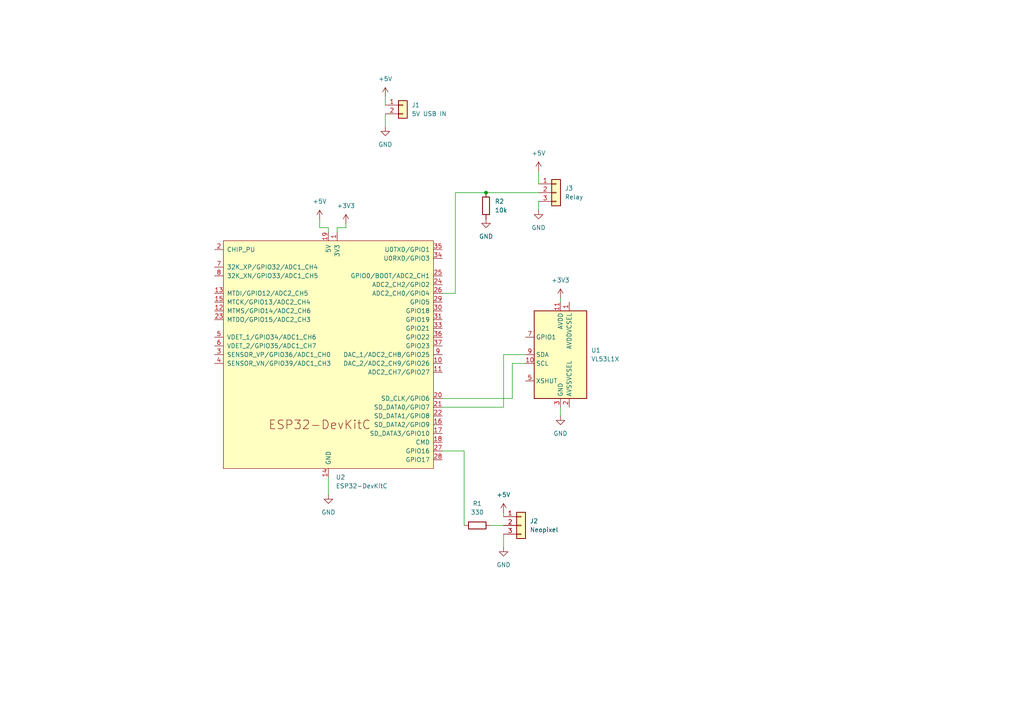
<source format=kicad_sch>
(kicad_sch (version 20250114) (generator "eeschema") (generator_version "9.0")
  (paper "A4")
  (title_block (title "ESP32 Vehicle Stoplight") (date "2026-02-27") (rev "0") (company "Trevor S"))
  (lib_symbols
    (symbol "Connector_Generic:Conn_01x02" (pin_names (offset 1.016) (hide yes))
      (property "Reference" "J" (at 0 2.54 0))
      (property "Value" "Conn_01x02" (at 0 -5.08 0))
      (symbol "Conn_01x02_1_1"
        (rectangle (start -1.27 1.27) (end 1.27 -3.81) (stroke (width 0.254)) (fill (type background)))
        (rectangle (start -1.27 0.127) (end 0 -0.127) (stroke (width 0.1524)))
        (rectangle (start -1.27 -2.413) (end 0 -2.667) (stroke (width 0.1524)))
        (pin passive line (at -5.08 0 0) (length 3.81) (name "Pin_1") (number "1"))
        (pin passive line (at -5.08 -2.54 0) (length 3.81) (name "Pin_2") (number "2"))
      )
    )
    (symbol "Connector_Generic:Conn_01x03" (pin_names (offset 1.016) (hide yes))
      (property "Reference" "J" (at 0 5.08 0))
      (property "Value" "Conn_01x03" (at 0 -5.08 0))
      (symbol "Conn_01x03_1_1"
        (rectangle (start -1.27 3.81) (end 1.27 -3.81) (stroke (width 0.254)) (fill (type background)))
        (rectangle (start -1.27 2.667) (end 0 2.413) (stroke (width 0.1524)))
        (rectangle (start -1.27 0.127) (end 0 -0.127) (stroke (width 0.1524)))
        (rectangle (start -1.27 -2.413) (end 0 -2.667) (stroke (width 0.1524)))
        (pin passive line (at -5.08 2.54 0) (length 3.81) (name "Pin_1") (number "1"))
        (pin passive line (at -5.08 0 0) (length 3.81) (name "Pin_2") (number "2"))
        (pin passive line (at -5.08 -2.54 0) (length 3.81) (name "Pin_3") (number "3"))
      )
    )
    (symbol "Device:R" (pin_numbers (hide yes)) (pin_names (offset 0))
      (property "Reference" "R" (at 2.032 0 90))
      (property "Value" "R" (at 0 0 90))
      (symbol "R_0_1"
        (rectangle (start -1.016 -2.54) (end 1.016 2.54) (stroke (width 0.254)))
      )
      (symbol "R_1_1"
        (pin passive line (at 0 3.81 270) (length 1.27) (name "~") (number "1"))
        (pin passive line (at 0 -3.81 90) (length 1.27) (name "~") (number "2"))
      )
    )
    (symbol "PCM_Espressif:ESP32-DevKitC" (pin_names (offset 1.016))
      (property "Reference" "U" (at -30.48 38.1 0))
      (property "Value" "ESP32-DevKitC" (at -30.48 35.56 0))
      (symbol "ESP32-DevKitC_0_0"
        (text "ESP32-DevKitC" (at -2.54 -20.32 0) (effects (font (size 2.54 2.54))))
        (pin power_in line (at 0 35.56 270) (length 2.54) (name "5V") (number "19"))
        (pin power_in line (at 0 -35.56 90) (length 2.54) (name "GND") (number "14"))
      )
      (symbol "ESP32-DevKitC_0_1"
        (rectangle (start -30.48 33.02) (end 30.48 -33.02) (fill (type background)))
      )
      (symbol "ESP32-DevKitC_1_1"
        (pin input line (at -33.02 30.48 0) (length 2.54) (name "CHIP_PU") (number "2"))
        (pin bidirectional line (at -33.02 25.4 0) (length 2.54) (name "32K_XP/GPIO32/ADC1_CH4") (number "7"))
        (pin bidirectional line (at -33.02 22.86 0) (length 2.54) (name "32K_XN/GPIO33/ADC1_CH5") (number "8"))
        (pin bidirectional line (at -33.02 17.78 0) (length 2.54) (name "MTDI/GPIO12/ADC2_CH5") (number "13"))
        (pin bidirectional line (at -33.02 15.24 0) (length 2.54) (name "MTCK/GPIO13/ADC2_CH4") (number "15"))
        (pin bidirectional line (at -33.02 12.7 0) (length 2.54) (name "MTMS/GPIO14/ADC2_CH6") (number "12"))
        (pin bidirectional line (at -33.02 10.16 0) (length 2.54) (name "MTDO/GPIO15/ADC2_CH3") (number "23"))
        (pin input line (at -33.02 5.08 0) (length 2.54) (name "VDET_1/GPIO34/ADC1_CH6") (number "5"))
        (pin input line (at -33.02 2.54 0) (length 2.54) (name "VDET_2/GPIO35/ADC1_CH7") (number "6"))
        (pin input line (at -33.02 0 0) (length 2.54) (name "SENSOR_VP/GPIO36/ADC1_CH0") (number "3"))
        (pin input line (at -33.02 -2.54 0) (length 2.54) (name "SENSOR_VN/GPIO39/ADC1_CH3") (number "4"))
        (pin passive line (at 0 -35.56 90) (length 2.54) (hide yes) (name "GND") (number "32"))
        (pin passive line (at 0 -35.56 90) (length 2.54) (hide yes) (name "GND") (number "38"))
        (pin power_in line (at 2.54 35.56 270) (length 2.54) (name "3V3") (number "1"))
        (pin bidirectional line (at 33.02 30.48 180) (length 2.54) (name "U0TXD/GPIO1") (number "35"))
        (pin bidirectional line (at 33.02 27.94 180) (length 2.54) (name "U0RXD/GPIO3") (number "34"))
        (pin bidirectional line (at 33.02 22.86 180) (length 2.54) (name "GPIO0/BOOT/ADC2_CH1") (number "25"))
        (pin bidirectional line (at 33.02 20.32 180) (length 2.54) (name "ADC2_CH2/GPIO2") (number "24"))
        (pin bidirectional line (at 33.02 17.78 180) (length 2.54) (name "ADC2_CH0/GPIO4") (number "26"))
        (pin bidirectional line (at 33.02 15.24 180) (length 2.54) (name "GPIO5") (number "29"))
        (pin bidirectional line (at 33.02 12.7 180) (length 2.54) (name "GPIO18") (number "30"))
        (pin bidirectional line (at 33.02 10.16 180) (length 2.54) (name "GPIO19") (number "31"))
        (pin bidirectional line (at 33.02 7.62 180) (length 2.54) (name "GPIO21") (number "33"))
        (pin bidirectional line (at 33.02 5.08 180) (length 2.54) (name "GPIO22") (number "36"))
        (pin bidirectional line (at 33.02 2.54 180) (length 2.54) (name "GPIO23") (number "37"))
        (pin bidirectional line (at 33.02 0 180) (length 2.54) (name "DAC_1/ADC2_CH8/GPIO25") (number "9"))
        (pin bidirectional line (at 33.02 -2.54 180) (length 2.54) (name "DAC_2/ADC2_CH9/GPIO26") (number "10"))
        (pin bidirectional line (at 33.02 -5.08 180) (length 2.54) (name "ADC2_CH7/GPIO27") (number "11"))
        (pin bidirectional line (at 33.02 -12.7 180) (length 2.54) (name "SD_CLK/GPIO6") (number "20"))
        (pin bidirectional line (at 33.02 -15.24 180) (length 2.54) (name "SD_DATA0/GPIO7") (number "21"))
        (pin bidirectional line (at 33.02 -17.78 180) (length 2.54) (name "SD_DATA1/GPIO8") (number "22"))
        (pin bidirectional line (at 33.02 -20.32 180) (length 2.54) (name "SD_DATA2/GPIO9") (number "16"))
        (pin bidirectional line (at 33.02 -22.86 180) (length 2.54) (name "SD_DATA3/GPIO10") (number "17"))
        (pin bidirectional line (at 33.02 -25.4 180) (length 2.54) (name "CMD") (number "18"))
        (pin bidirectional line (at 33.02 -27.94 180) (length 2.54) (name "GPIO16") (number "27"))
        (pin bidirectional line (at 33.02 -30.48 180) (length 2.54) (name "GPIO17") (number "28"))
      )
    )
    (symbol "Sensor_Distance:VL53L1CXV0FY1"
      (property "Reference" "U" (at -6.35 13.97 0))
      (property "Value" "VL53L1CXV0FY1" (at 12.065 13.97 0))
      (symbol "VL53L1CXV0FY1_0_1"
        (rectangle (start -7.62 12.7) (end 7.62 -12.7) (stroke (width 0.254)) (fill (type background)))
      )
      (symbol "VL53L1CXV0FY1_1_1"
        (pin open_collector line (at -10.16 5.08 0) (length 2.54) (name "GPIO1") (number "7"))
        (pin bidirectional line (at -10.16 0 0) (length 2.54) (name "SDA") (number "9"))
        (pin input line (at -10.16 -2.54 0) (length 2.54) (name "SCL") (number "10"))
        (pin input line (at -10.16 -7.62 0) (length 2.54) (name "XSHUT") (number "5"))
        (pin no_connect line (at -7.62 7.62 0) (length 2.54) (hide yes) (name "DNC") (number "8"))
        (pin power_in line (at 0 15.24 270) (length 2.54) (name "AVDD") (number "11"))
        (pin passive line (at 0 -15.24 90) (length 2.54) (hide yes) (name "GND") (number "12"))
        (pin power_in line (at 0 -15.24 90) (length 2.54) (name "GND") (number "3"))
        (pin passive line (at 0 -15.24 90) (length 2.54) (hide yes) (name "GND") (number "4"))
        (pin passive line (at 0 -15.24 90) (length 2.54) (hide yes) (name "GND") (number "6"))
        (pin power_in line (at 2.54 15.24 270) (length 2.54) (name "AVDDVCSEL") (number "1"))
        (pin power_in line (at 2.54 -15.24 90) (length 2.54) (name "AVSSVCSEL") (number "2"))
      )
    )
    (symbol "power:+3V3" (power) (pin_numbers (hide yes)) (pin_names (offset 0) (hide yes))
      (property "Value" "+3V3" (at 0 3.556 0))
      (symbol "+3V3_0_1"
        (polyline (pts (xy -0.762 1.27) (xy 0 2.54)))
        (polyline (pts (xy 0 2.54) (xy 0.762 1.27)))
        (polyline (pts (xy 0 0) (xy 0 2.54)))
      )
      (symbol "+3V3_1_1"
        (pin power_in line (at 0 0 90) (length 0) (name "~") (number "1"))
      )
    )
    (symbol "power:+5V" (power) (pin_numbers (hide yes)) (pin_names (offset 0) (hide yes))
      (property "Value" "+5V" (at 0 3.556 0))
      (symbol "+5V_0_1"
        (polyline (pts (xy -0.762 1.27) (xy 0 2.54)))
        (polyline (pts (xy 0 2.54) (xy 0.762 1.27)))
        (polyline (pts (xy 0 0) (xy 0 2.54)))
      )
      (symbol "+5V_1_1"
        (pin power_in line (at 0 0 90) (length 0) (name "~") (number "1"))
      )
    )
    (symbol "power:GND" (power) (pin_numbers (hide yes)) (pin_names (offset 0) (hide yes))
      (property "Value" "GND" (at 0 -3.81 0))
      (symbol "GND_0_1"
        (polyline (pts (xy 0 0) (xy 0 -1.27) (xy 1.27 -1.27) (xy 0 -2.54) (xy -1.27 -1.27) (xy 0 -1.27)))
      )
      (symbol "GND_1_1"
        (pin power_in line (at 0 0 270) (length 0) (name "~") (number "1"))
      )
    )
  )
  (junction (at 140.97 55.88))
  (wire (pts (xy 140.97 55.88) (xy 156.21 55.88)))
  (wire (pts (xy 132.08 55.88) (xy 140.97 55.88)))
  (wire (pts (xy 146.05 158.75) (xy 146.05 154.94)))
  (wire (pts (xy 92.71 63.5) (xy 92.71 66.04)))
  (wire (pts (xy 162.56 86.36) (xy 162.56 87.63)))
  (wire (pts (xy 111.76 33.02) (xy 111.76 36.83)))
  (wire (pts (xy 146.05 118.11) (xy 146.05 102.87)))
  (wire (pts (xy 142.24 152.4) (xy 146.05 152.4)))
  (wire (pts (xy 156.21 58.42) (xy 156.21 60.96)))
  (wire (pts (xy 156.21 49.53) (xy 156.21 53.34)))
  (wire (pts (xy 100.33 64.77) (xy 100.33 66.04)))
  (wire (pts (xy 146.05 102.87) (xy 152.4 102.87)))
  (wire (pts (xy 146.05 148.59) (xy 146.05 149.86)))
  (wire (pts (xy 132.08 55.88) (xy 132.08 85.09)))
  (wire (pts (xy 134.62 130.81) (xy 128.27 130.81)))
  (wire (pts (xy 128.27 85.09) (xy 132.08 85.09)))
  (wire (pts (xy 100.33 66.04) (xy 97.79 66.04)))
  (wire (pts (xy 92.71 66.04) (xy 95.25 66.04)))
  (wire (pts (xy 95.25 143.51) (xy 95.25 138.43)))
  (wire (pts (xy 134.62 152.4) (xy 134.62 130.81)))
  (wire (pts (xy 128.27 118.11) (xy 146.05 118.11)))
  (wire (pts (xy 111.76 27.94) (xy 111.76 30.48)))
  (wire (pts (xy 148.59 115.57) (xy 148.59 105.41)))
  (wire (pts (xy 148.59 105.41) (xy 152.4 105.41)))
  (wire (pts (xy 97.79 66.04) (xy 97.79 67.31)))
  (wire (pts (xy 95.25 66.04) (xy 95.25 67.31)))
  (wire (pts (xy 128.27 115.57) (xy 148.59 115.57)))
  (wire (pts (xy 162.56 120.65) (xy 162.56 118.11)))
  (symbol (lib_id "Connector_Generic:Conn_01x02") (at 116.84 30.48 0) (unit 1)
    (property "Reference" "J1" (at 119.38 30.4799 0) (effects (justify left)))
    (property "Value" "5V USB IN" (at 119.38 33.0199 0) (effects (justify left)))
    (property "Description" "Generic connector, single row, 01x02, script generated (kicad-library-utils/schlib/autogen/connector/)" (effects (hide yes)))
  )
  (symbol (lib_id "power:GND") (at 162.56 120.65 0) (unit 1)
    (property "Reference" "#PWR06" (effects (hide yes)))
    (property "Value" "GND" (at 162.56 125.73 0))
    (property "Description" "Power symbol creates a global label with name \"GND\" , ground" (effects (hide yes)))
  )
  (symbol (lib_id "power:GND") (at 146.05 158.75 0) (unit 1)
    (property "Reference" "#PWR010" (effects (hide yes)))
    (property "Value" "GND" (at 146.05 163.83 0))
    (property "Description" "Power symbol creates a global label with name \"GND\" , ground" (effects (hide yes)))
  )
  (symbol (lib_id "power:+3V3") (at 100.33 64.77 0) (unit 1)
    (property "Reference" "#PWR05" (effects (hide yes)))
    (property "Value" "+3V3" (at 100.33 59.69 0))
    (property "Description" "Power symbol creates a global label with name \"+3V3\"" (effects (hide yes)))
  )
  (symbol (lib_id "Connector_Generic:Conn_01x03") (at 161.29 55.88 0) (unit 1)
    (property "Reference" "J3" (at 163.83 54.6099 0) (effects (justify left)))
    (property "Value" "Relay" (at 163.83 57.1499 0) (effects (justify left)))
    (property "Description" "Generic connector, single row, 01x03, script generated (kicad-library-utils/schlib/autogen/connector/)" (effects (hide yes)))
  )
  (symbol (lib_id "power:GND") (at 95.25 143.51 0) (unit 1)
    (property "Reference" "#PWR03" (effects (hide yes)))
    (property "Value" "GND" (at 95.25 148.59 0))
    (property "Description" "Power symbol creates a global label with name \"GND\" , ground" (effects (hide yes)))
  )
  (symbol (lib_id "Device:R") (at 138.43 152.4 90) (unit 1)
    (property "Reference" "R1" (at 138.43 146.05 90))
    (property "Value" "330" (at 138.43 148.59 90))
    (property "Description" "Resistor" (effects (hide yes)))
  )
  (symbol (lib_id "Sensor_Distance:VL53L1CXV0FY1") (at 162.56 102.87 0) (unit 1)
    (property "Reference" "U1" (at 171.45 101.5999 0) (effects (justify left)))
    (property "Value" "VL53L1X" (at 171.45 104.1399 0) (effects (justify left)))
    (property "Footprint" "Sensor_Distance:ST_VL53L1x" (effects (hide yes)))
    (property "Datasheet" "https://www.st.com/resource/en/datasheet/vl53l1x.pdf" (effects (hide yes)))
    (property "Description" "4m distance ranging ToF sensor, Optical LGA12" (effects (hide yes)))
  )
  (symbol (lib_id "power:GND") (at 140.97 63.5 0) (unit 1)
    (property "Reference" "#PWR012" (effects (hide yes)))
    (property "Value" "GND" (at 140.97 68.58 0))
    (property "Description" "Power symbol creates a global label with name \"GND\" , ground" (effects (hide yes)))
  )
  (symbol (lib_id "Connector_Generic:Conn_01x03") (at 151.13 152.4 0) (unit 1)
    (property "Reference" "J2" (at 153.67 151.1299 0) (effects (justify left)))
    (property "Value" "Neopixel" (at 153.67 153.6699 0) (effects (justify left)))
    (property "Description" "Generic connector, single row, 01x03, script generated (kicad-library-utils/schlib/autogen/connector/)" (effects (hide yes)))
  )
  (symbol (lib_id "power:+5V") (at 92.71 63.5 0) (unit 1)
    (property "Reference" "#PWR04" (effects (hide yes)))
    (property "Value" "+5V" (at 92.71 58.42 0))
    (property "Description" "Power symbol creates a global label with name \"+5V\"" (effects (hide yes)))
  )
  (symbol (lib_id "power:GND") (at 111.76 36.83 0) (unit 1)
    (property "Reference" "#PWR02" (effects (hide yes)))
    (property "Value" "GND" (at 111.76 41.91 0))
    (property "Description" "Power symbol creates a global label with name \"GND\" , ground" (effects (hide yes)))
  )
  (symbol (lib_id "Device:R") (at 140.97 59.69 0) (unit 1)
    (property "Reference" "R2" (at 143.51 58.4199 0) (effects (justify left)))
    (property "Value" "10k" (at 143.51 60.9599 0) (effects (justify left)))
    (property "Description" "Resistor" (effects (hide yes)))
  )
  (symbol (lib_id "power:+5V") (at 156.21 49.53 0) (unit 1)
    (property "Reference" "#PWR08" (effects (hide yes)))
    (property "Value" "+5V" (at 156.21 44.45 0))
    (property "Description" "Power symbol creates a global label with name \"+5V\"" (effects (hide yes)))
  )
  (symbol (lib_id "power:+3V3") (at 162.56 86.36 0) (unit 1)
    (property "Reference" "#PWR07" (effects (hide yes)))
    (property "Value" "+3V3" (at 162.56 81.28 0))
    (property "Description" "Power symbol creates a global label with name \"+3V3\"" (effects (hide yes)))
  )
  (symbol (lib_id "PCM_Espressif:ESP32-DevKitC") (at 95.25 102.87 0) (unit 1)
    (property "Reference" "U2" (at 97.3933 138.43 0) (effects (justify left)))
    (property "Value" "ESP32-DevKitC" (at 97.3933 140.97 0) (effects (justify left)))
    (property "Footprint" "PCM_Espressif:ESP32-DevKitC" (effects (hide yes)))
    (property "Datasheet" "https://docs.espressif.com/projects/esp-idf/zh_CN/latest/esp32/hw-reference/esp32/get-started-devkitc.html" (effects (hide yes)))
    (property "Description" "Development Kit" (effects (hide yes)))
  )
  (symbol (lib_id "power:+5V") (at 111.76 27.94 0) (unit 1)
    (property "Reference" "#PWR01" (effects (hide yes)))
    (property "Value" "+5V" (at 111.76 22.86 0))
    (property "Description" "Power symbol creates a global label with name \"+5V\"" (effects (hide yes)))
  )
  (symbol (lib_id "power:+5V") (at 146.05 148.59 0) (unit 1)
    (property "Reference" "#PWR011" (effects (hide yes)))
    (property "Value" "+5V" (at 146.05 143.51 0))
    (property "Description" "Power symbol creates a global label with name \"+5V\"" (effects (hide yes)))
  )
  (symbol (lib_id "power:GND") (at 156.21 60.96 0) (unit 1)
    (property "Reference" "#PWR09" (effects (hide yes)))
    (property "Value" "GND" (at 156.21 66.04 0))
    (property "Description" "Power symbol creates a global label with name \"GND\" , ground" (effects (hide yes)))
  )
)
</source>
